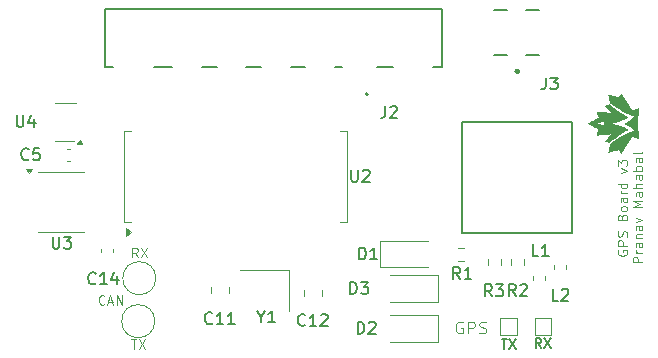
<source format=gto>
%TF.GenerationSoftware,KiCad,Pcbnew,9.0.5+dfsg-1*%
%TF.CreationDate,2026-01-16T04:56:34+00:00*%
%TF.ProjectId,gps_2,6770735f-322e-46b6-9963-61645f706362,AA*%
%TF.SameCoordinates,Original*%
%TF.FileFunction,Legend,Top*%
%TF.FilePolarity,Positive*%
%FSLAX46Y46*%
G04 Gerber Fmt 4.6, Leading zero omitted, Abs format (unit mm)*
G04 Created by KiCad (PCBNEW 9.0.5+dfsg-1) date 2026-01-16 04:56:34*
%MOMM*%
%LPD*%
G01*
G04 APERTURE LIST*
%ADD10C,0.100000*%
%ADD11C,0.150000*%
%ADD12C,0.125000*%
%ADD13C,0.120000*%
%ADD14C,0.127000*%
%ADD15C,0.300000*%
%ADD16C,0.200000*%
%ADD17C,0.010000*%
%ADD18C,0.152400*%
G04 APERTURE END LIST*
D10*
X140550476Y-127936495D02*
X141007619Y-127936495D01*
X140779047Y-128736495D02*
X140779047Y-127936495D01*
X141198095Y-127936495D02*
X141731429Y-128736495D01*
X141731429Y-127936495D02*
X141198095Y-128736495D01*
D11*
X171932676Y-127908495D02*
X172389819Y-127908495D01*
X172161247Y-128708495D02*
X172161247Y-127908495D01*
X172580295Y-127908495D02*
X173113629Y-128708495D01*
X173113629Y-127908495D02*
X172580295Y-128708495D01*
D10*
X181789013Y-120380001D02*
X181750918Y-120456191D01*
X181750918Y-120456191D02*
X181750918Y-120570477D01*
X181750918Y-120570477D02*
X181789013Y-120684763D01*
X181789013Y-120684763D02*
X181865203Y-120760953D01*
X181865203Y-120760953D02*
X181941394Y-120799048D01*
X181941394Y-120799048D02*
X182093775Y-120837144D01*
X182093775Y-120837144D02*
X182208061Y-120837144D01*
X182208061Y-120837144D02*
X182360442Y-120799048D01*
X182360442Y-120799048D02*
X182436632Y-120760953D01*
X182436632Y-120760953D02*
X182512823Y-120684763D01*
X182512823Y-120684763D02*
X182550918Y-120570477D01*
X182550918Y-120570477D02*
X182550918Y-120494286D01*
X182550918Y-120494286D02*
X182512823Y-120380001D01*
X182512823Y-120380001D02*
X182474727Y-120341905D01*
X182474727Y-120341905D02*
X182208061Y-120341905D01*
X182208061Y-120341905D02*
X182208061Y-120494286D01*
X182550918Y-119999048D02*
X181750918Y-119999048D01*
X181750918Y-119999048D02*
X181750918Y-119694286D01*
X181750918Y-119694286D02*
X181789013Y-119618096D01*
X181789013Y-119618096D02*
X181827108Y-119580001D01*
X181827108Y-119580001D02*
X181903299Y-119541905D01*
X181903299Y-119541905D02*
X182017584Y-119541905D01*
X182017584Y-119541905D02*
X182093775Y-119580001D01*
X182093775Y-119580001D02*
X182131870Y-119618096D01*
X182131870Y-119618096D02*
X182169965Y-119694286D01*
X182169965Y-119694286D02*
X182169965Y-119999048D01*
X182512823Y-119237144D02*
X182550918Y-119122858D01*
X182550918Y-119122858D02*
X182550918Y-118932382D01*
X182550918Y-118932382D02*
X182512823Y-118856191D01*
X182512823Y-118856191D02*
X182474727Y-118818096D01*
X182474727Y-118818096D02*
X182398537Y-118780001D01*
X182398537Y-118780001D02*
X182322346Y-118780001D01*
X182322346Y-118780001D02*
X182246156Y-118818096D01*
X182246156Y-118818096D02*
X182208061Y-118856191D01*
X182208061Y-118856191D02*
X182169965Y-118932382D01*
X182169965Y-118932382D02*
X182131870Y-119084763D01*
X182131870Y-119084763D02*
X182093775Y-119160953D01*
X182093775Y-119160953D02*
X182055680Y-119199048D01*
X182055680Y-119199048D02*
X181979489Y-119237144D01*
X181979489Y-119237144D02*
X181903299Y-119237144D01*
X181903299Y-119237144D02*
X181827108Y-119199048D01*
X181827108Y-119199048D02*
X181789013Y-119160953D01*
X181789013Y-119160953D02*
X181750918Y-119084763D01*
X181750918Y-119084763D02*
X181750918Y-118894286D01*
X181750918Y-118894286D02*
X181789013Y-118780001D01*
X182131870Y-117560953D02*
X182169965Y-117446667D01*
X182169965Y-117446667D02*
X182208061Y-117408572D01*
X182208061Y-117408572D02*
X182284251Y-117370476D01*
X182284251Y-117370476D02*
X182398537Y-117370476D01*
X182398537Y-117370476D02*
X182474727Y-117408572D01*
X182474727Y-117408572D02*
X182512823Y-117446667D01*
X182512823Y-117446667D02*
X182550918Y-117522857D01*
X182550918Y-117522857D02*
X182550918Y-117827619D01*
X182550918Y-117827619D02*
X181750918Y-117827619D01*
X181750918Y-117827619D02*
X181750918Y-117560953D01*
X181750918Y-117560953D02*
X181789013Y-117484762D01*
X181789013Y-117484762D02*
X181827108Y-117446667D01*
X181827108Y-117446667D02*
X181903299Y-117408572D01*
X181903299Y-117408572D02*
X181979489Y-117408572D01*
X181979489Y-117408572D02*
X182055680Y-117446667D01*
X182055680Y-117446667D02*
X182093775Y-117484762D01*
X182093775Y-117484762D02*
X182131870Y-117560953D01*
X182131870Y-117560953D02*
X182131870Y-117827619D01*
X182550918Y-116913334D02*
X182512823Y-116989524D01*
X182512823Y-116989524D02*
X182474727Y-117027619D01*
X182474727Y-117027619D02*
X182398537Y-117065715D01*
X182398537Y-117065715D02*
X182169965Y-117065715D01*
X182169965Y-117065715D02*
X182093775Y-117027619D01*
X182093775Y-117027619D02*
X182055680Y-116989524D01*
X182055680Y-116989524D02*
X182017584Y-116913334D01*
X182017584Y-116913334D02*
X182017584Y-116799048D01*
X182017584Y-116799048D02*
X182055680Y-116722857D01*
X182055680Y-116722857D02*
X182093775Y-116684762D01*
X182093775Y-116684762D02*
X182169965Y-116646667D01*
X182169965Y-116646667D02*
X182398537Y-116646667D01*
X182398537Y-116646667D02*
X182474727Y-116684762D01*
X182474727Y-116684762D02*
X182512823Y-116722857D01*
X182512823Y-116722857D02*
X182550918Y-116799048D01*
X182550918Y-116799048D02*
X182550918Y-116913334D01*
X182550918Y-115960952D02*
X182131870Y-115960952D01*
X182131870Y-115960952D02*
X182055680Y-115999047D01*
X182055680Y-115999047D02*
X182017584Y-116075238D01*
X182017584Y-116075238D02*
X182017584Y-116227619D01*
X182017584Y-116227619D02*
X182055680Y-116303809D01*
X182512823Y-115960952D02*
X182550918Y-116037143D01*
X182550918Y-116037143D02*
X182550918Y-116227619D01*
X182550918Y-116227619D02*
X182512823Y-116303809D01*
X182512823Y-116303809D02*
X182436632Y-116341905D01*
X182436632Y-116341905D02*
X182360442Y-116341905D01*
X182360442Y-116341905D02*
X182284251Y-116303809D01*
X182284251Y-116303809D02*
X182246156Y-116227619D01*
X182246156Y-116227619D02*
X182246156Y-116037143D01*
X182246156Y-116037143D02*
X182208061Y-115960952D01*
X182550918Y-115579999D02*
X182017584Y-115579999D01*
X182169965Y-115579999D02*
X182093775Y-115541904D01*
X182093775Y-115541904D02*
X182055680Y-115503809D01*
X182055680Y-115503809D02*
X182017584Y-115427618D01*
X182017584Y-115427618D02*
X182017584Y-115351428D01*
X182550918Y-114741904D02*
X181750918Y-114741904D01*
X182512823Y-114741904D02*
X182550918Y-114818095D01*
X182550918Y-114818095D02*
X182550918Y-114970476D01*
X182550918Y-114970476D02*
X182512823Y-115046666D01*
X182512823Y-115046666D02*
X182474727Y-115084761D01*
X182474727Y-115084761D02*
X182398537Y-115122857D01*
X182398537Y-115122857D02*
X182169965Y-115122857D01*
X182169965Y-115122857D02*
X182093775Y-115084761D01*
X182093775Y-115084761D02*
X182055680Y-115046666D01*
X182055680Y-115046666D02*
X182017584Y-114970476D01*
X182017584Y-114970476D02*
X182017584Y-114818095D01*
X182017584Y-114818095D02*
X182055680Y-114741904D01*
X182017584Y-113827618D02*
X182550918Y-113637142D01*
X182550918Y-113637142D02*
X182017584Y-113446665D01*
X181750918Y-113218094D02*
X181750918Y-112722856D01*
X181750918Y-112722856D02*
X182055680Y-112989522D01*
X182055680Y-112989522D02*
X182055680Y-112875237D01*
X182055680Y-112875237D02*
X182093775Y-112799046D01*
X182093775Y-112799046D02*
X182131870Y-112760951D01*
X182131870Y-112760951D02*
X182208061Y-112722856D01*
X182208061Y-112722856D02*
X182398537Y-112722856D01*
X182398537Y-112722856D02*
X182474727Y-112760951D01*
X182474727Y-112760951D02*
X182512823Y-112799046D01*
X182512823Y-112799046D02*
X182550918Y-112875237D01*
X182550918Y-112875237D02*
X182550918Y-113103808D01*
X182550918Y-113103808D02*
X182512823Y-113179999D01*
X182512823Y-113179999D02*
X182474727Y-113218094D01*
X183838873Y-121408573D02*
X183038873Y-121408573D01*
X183038873Y-121408573D02*
X183038873Y-121103811D01*
X183038873Y-121103811D02*
X183076968Y-121027621D01*
X183076968Y-121027621D02*
X183115063Y-120989526D01*
X183115063Y-120989526D02*
X183191254Y-120951430D01*
X183191254Y-120951430D02*
X183305539Y-120951430D01*
X183305539Y-120951430D02*
X183381730Y-120989526D01*
X183381730Y-120989526D02*
X183419825Y-121027621D01*
X183419825Y-121027621D02*
X183457920Y-121103811D01*
X183457920Y-121103811D02*
X183457920Y-121408573D01*
X183838873Y-120608573D02*
X183305539Y-120608573D01*
X183457920Y-120608573D02*
X183381730Y-120570478D01*
X183381730Y-120570478D02*
X183343635Y-120532383D01*
X183343635Y-120532383D02*
X183305539Y-120456192D01*
X183305539Y-120456192D02*
X183305539Y-120380002D01*
X183838873Y-119770478D02*
X183419825Y-119770478D01*
X183419825Y-119770478D02*
X183343635Y-119808573D01*
X183343635Y-119808573D02*
X183305539Y-119884764D01*
X183305539Y-119884764D02*
X183305539Y-120037145D01*
X183305539Y-120037145D02*
X183343635Y-120113335D01*
X183800778Y-119770478D02*
X183838873Y-119846669D01*
X183838873Y-119846669D02*
X183838873Y-120037145D01*
X183838873Y-120037145D02*
X183800778Y-120113335D01*
X183800778Y-120113335D02*
X183724587Y-120151431D01*
X183724587Y-120151431D02*
X183648397Y-120151431D01*
X183648397Y-120151431D02*
X183572206Y-120113335D01*
X183572206Y-120113335D02*
X183534111Y-120037145D01*
X183534111Y-120037145D02*
X183534111Y-119846669D01*
X183534111Y-119846669D02*
X183496016Y-119770478D01*
X183305539Y-119389525D02*
X183838873Y-119389525D01*
X183381730Y-119389525D02*
X183343635Y-119351430D01*
X183343635Y-119351430D02*
X183305539Y-119275240D01*
X183305539Y-119275240D02*
X183305539Y-119160954D01*
X183305539Y-119160954D02*
X183343635Y-119084763D01*
X183343635Y-119084763D02*
X183419825Y-119046668D01*
X183419825Y-119046668D02*
X183838873Y-119046668D01*
X183838873Y-118322858D02*
X183419825Y-118322858D01*
X183419825Y-118322858D02*
X183343635Y-118360953D01*
X183343635Y-118360953D02*
X183305539Y-118437144D01*
X183305539Y-118437144D02*
X183305539Y-118589525D01*
X183305539Y-118589525D02*
X183343635Y-118665715D01*
X183800778Y-118322858D02*
X183838873Y-118399049D01*
X183838873Y-118399049D02*
X183838873Y-118589525D01*
X183838873Y-118589525D02*
X183800778Y-118665715D01*
X183800778Y-118665715D02*
X183724587Y-118703811D01*
X183724587Y-118703811D02*
X183648397Y-118703811D01*
X183648397Y-118703811D02*
X183572206Y-118665715D01*
X183572206Y-118665715D02*
X183534111Y-118589525D01*
X183534111Y-118589525D02*
X183534111Y-118399049D01*
X183534111Y-118399049D02*
X183496016Y-118322858D01*
X183305539Y-118018096D02*
X183838873Y-117827620D01*
X183838873Y-117827620D02*
X183305539Y-117637143D01*
X183838873Y-116722857D02*
X183038873Y-116722857D01*
X183038873Y-116722857D02*
X183610301Y-116456191D01*
X183610301Y-116456191D02*
X183038873Y-116189524D01*
X183038873Y-116189524D02*
X183838873Y-116189524D01*
X183838873Y-115465714D02*
X183419825Y-115465714D01*
X183419825Y-115465714D02*
X183343635Y-115503809D01*
X183343635Y-115503809D02*
X183305539Y-115580000D01*
X183305539Y-115580000D02*
X183305539Y-115732381D01*
X183305539Y-115732381D02*
X183343635Y-115808571D01*
X183800778Y-115465714D02*
X183838873Y-115541905D01*
X183838873Y-115541905D02*
X183838873Y-115732381D01*
X183838873Y-115732381D02*
X183800778Y-115808571D01*
X183800778Y-115808571D02*
X183724587Y-115846667D01*
X183724587Y-115846667D02*
X183648397Y-115846667D01*
X183648397Y-115846667D02*
X183572206Y-115808571D01*
X183572206Y-115808571D02*
X183534111Y-115732381D01*
X183534111Y-115732381D02*
X183534111Y-115541905D01*
X183534111Y-115541905D02*
X183496016Y-115465714D01*
X183838873Y-115084761D02*
X183038873Y-115084761D01*
X183838873Y-114741904D02*
X183419825Y-114741904D01*
X183419825Y-114741904D02*
X183343635Y-114779999D01*
X183343635Y-114779999D02*
X183305539Y-114856190D01*
X183305539Y-114856190D02*
X183305539Y-114970476D01*
X183305539Y-114970476D02*
X183343635Y-115046666D01*
X183343635Y-115046666D02*
X183381730Y-115084761D01*
X183838873Y-114018094D02*
X183419825Y-114018094D01*
X183419825Y-114018094D02*
X183343635Y-114056189D01*
X183343635Y-114056189D02*
X183305539Y-114132380D01*
X183305539Y-114132380D02*
X183305539Y-114284761D01*
X183305539Y-114284761D02*
X183343635Y-114360951D01*
X183800778Y-114018094D02*
X183838873Y-114094285D01*
X183838873Y-114094285D02*
X183838873Y-114284761D01*
X183838873Y-114284761D02*
X183800778Y-114360951D01*
X183800778Y-114360951D02*
X183724587Y-114399047D01*
X183724587Y-114399047D02*
X183648397Y-114399047D01*
X183648397Y-114399047D02*
X183572206Y-114360951D01*
X183572206Y-114360951D02*
X183534111Y-114284761D01*
X183534111Y-114284761D02*
X183534111Y-114094285D01*
X183534111Y-114094285D02*
X183496016Y-114018094D01*
X183838873Y-113637141D02*
X183038873Y-113637141D01*
X183343635Y-113637141D02*
X183305539Y-113560951D01*
X183305539Y-113560951D02*
X183305539Y-113408570D01*
X183305539Y-113408570D02*
X183343635Y-113332379D01*
X183343635Y-113332379D02*
X183381730Y-113294284D01*
X183381730Y-113294284D02*
X183457920Y-113256189D01*
X183457920Y-113256189D02*
X183686492Y-113256189D01*
X183686492Y-113256189D02*
X183762682Y-113294284D01*
X183762682Y-113294284D02*
X183800778Y-113332379D01*
X183800778Y-113332379D02*
X183838873Y-113408570D01*
X183838873Y-113408570D02*
X183838873Y-113560951D01*
X183838873Y-113560951D02*
X183800778Y-113637141D01*
X183838873Y-112570474D02*
X183419825Y-112570474D01*
X183419825Y-112570474D02*
X183343635Y-112608569D01*
X183343635Y-112608569D02*
X183305539Y-112684760D01*
X183305539Y-112684760D02*
X183305539Y-112837141D01*
X183305539Y-112837141D02*
X183343635Y-112913331D01*
X183800778Y-112570474D02*
X183838873Y-112646665D01*
X183838873Y-112646665D02*
X183838873Y-112837141D01*
X183838873Y-112837141D02*
X183800778Y-112913331D01*
X183800778Y-112913331D02*
X183724587Y-112951427D01*
X183724587Y-112951427D02*
X183648397Y-112951427D01*
X183648397Y-112951427D02*
X183572206Y-112913331D01*
X183572206Y-112913331D02*
X183534111Y-112837141D01*
X183534111Y-112837141D02*
X183534111Y-112646665D01*
X183534111Y-112646665D02*
X183496016Y-112570474D01*
X183838873Y-112075236D02*
X183800778Y-112151426D01*
X183800778Y-112151426D02*
X183724587Y-112189521D01*
X183724587Y-112189521D02*
X183038873Y-112189521D01*
D11*
X175286667Y-128632295D02*
X175020000Y-128251342D01*
X174829524Y-128632295D02*
X174829524Y-127832295D01*
X174829524Y-127832295D02*
X175134286Y-127832295D01*
X175134286Y-127832295D02*
X175210476Y-127870390D01*
X175210476Y-127870390D02*
X175248571Y-127908485D01*
X175248571Y-127908485D02*
X175286667Y-127984676D01*
X175286667Y-127984676D02*
X175286667Y-128098961D01*
X175286667Y-128098961D02*
X175248571Y-128175152D01*
X175248571Y-128175152D02*
X175210476Y-128213247D01*
X175210476Y-128213247D02*
X175134286Y-128251342D01*
X175134286Y-128251342D02*
X174829524Y-128251342D01*
X175553333Y-127832295D02*
X176086667Y-128632295D01*
X176086667Y-127832295D02*
X175553333Y-128632295D01*
D10*
X138305208Y-124915704D02*
X138267112Y-124953800D01*
X138267112Y-124953800D02*
X138152827Y-124991895D01*
X138152827Y-124991895D02*
X138076636Y-124991895D01*
X138076636Y-124991895D02*
X137962350Y-124953800D01*
X137962350Y-124953800D02*
X137886160Y-124877609D01*
X137886160Y-124877609D02*
X137848065Y-124801419D01*
X137848065Y-124801419D02*
X137809969Y-124649038D01*
X137809969Y-124649038D02*
X137809969Y-124534752D01*
X137809969Y-124534752D02*
X137848065Y-124382371D01*
X137848065Y-124382371D02*
X137886160Y-124306180D01*
X137886160Y-124306180D02*
X137962350Y-124229990D01*
X137962350Y-124229990D02*
X138076636Y-124191895D01*
X138076636Y-124191895D02*
X138152827Y-124191895D01*
X138152827Y-124191895D02*
X138267112Y-124229990D01*
X138267112Y-124229990D02*
X138305208Y-124268085D01*
X138609969Y-124763323D02*
X138990922Y-124763323D01*
X138533779Y-124991895D02*
X138800446Y-124191895D01*
X138800446Y-124191895D02*
X139067112Y-124991895D01*
X139333779Y-124991895D02*
X139333779Y-124191895D01*
X139333779Y-124191895D02*
X139790922Y-124991895D01*
X139790922Y-124991895D02*
X139790922Y-124191895D01*
D12*
X168624140Y-126478738D02*
X168528902Y-126431119D01*
X168528902Y-126431119D02*
X168386045Y-126431119D01*
X168386045Y-126431119D02*
X168243188Y-126478738D01*
X168243188Y-126478738D02*
X168147950Y-126573976D01*
X168147950Y-126573976D02*
X168100331Y-126669214D01*
X168100331Y-126669214D02*
X168052712Y-126859690D01*
X168052712Y-126859690D02*
X168052712Y-127002547D01*
X168052712Y-127002547D02*
X168100331Y-127193023D01*
X168100331Y-127193023D02*
X168147950Y-127288261D01*
X168147950Y-127288261D02*
X168243188Y-127383500D01*
X168243188Y-127383500D02*
X168386045Y-127431119D01*
X168386045Y-127431119D02*
X168481283Y-127431119D01*
X168481283Y-127431119D02*
X168624140Y-127383500D01*
X168624140Y-127383500D02*
X168671759Y-127335880D01*
X168671759Y-127335880D02*
X168671759Y-127002547D01*
X168671759Y-127002547D02*
X168481283Y-127002547D01*
X169100331Y-127431119D02*
X169100331Y-126431119D01*
X169100331Y-126431119D02*
X169481283Y-126431119D01*
X169481283Y-126431119D02*
X169576521Y-126478738D01*
X169576521Y-126478738D02*
X169624140Y-126526357D01*
X169624140Y-126526357D02*
X169671759Y-126621595D01*
X169671759Y-126621595D02*
X169671759Y-126764452D01*
X169671759Y-126764452D02*
X169624140Y-126859690D01*
X169624140Y-126859690D02*
X169576521Y-126907309D01*
X169576521Y-126907309D02*
X169481283Y-126954928D01*
X169481283Y-126954928D02*
X169100331Y-126954928D01*
X170052712Y-127383500D02*
X170195569Y-127431119D01*
X170195569Y-127431119D02*
X170433664Y-127431119D01*
X170433664Y-127431119D02*
X170528902Y-127383500D01*
X170528902Y-127383500D02*
X170576521Y-127335880D01*
X170576521Y-127335880D02*
X170624140Y-127240642D01*
X170624140Y-127240642D02*
X170624140Y-127145404D01*
X170624140Y-127145404D02*
X170576521Y-127050166D01*
X170576521Y-127050166D02*
X170528902Y-127002547D01*
X170528902Y-127002547D02*
X170433664Y-126954928D01*
X170433664Y-126954928D02*
X170243188Y-126907309D01*
X170243188Y-126907309D02*
X170147950Y-126859690D01*
X170147950Y-126859690D02*
X170100331Y-126812071D01*
X170100331Y-126812071D02*
X170052712Y-126716833D01*
X170052712Y-126716833D02*
X170052712Y-126621595D01*
X170052712Y-126621595D02*
X170100331Y-126526357D01*
X170100331Y-126526357D02*
X170147950Y-126478738D01*
X170147950Y-126478738D02*
X170243188Y-126431119D01*
X170243188Y-126431119D02*
X170481283Y-126431119D01*
X170481283Y-126431119D02*
X170624140Y-126478738D01*
D10*
X141116667Y-120964095D02*
X140850000Y-120583142D01*
X140659524Y-120964095D02*
X140659524Y-120164095D01*
X140659524Y-120164095D02*
X140964286Y-120164095D01*
X140964286Y-120164095D02*
X141040476Y-120202190D01*
X141040476Y-120202190D02*
X141078571Y-120240285D01*
X141078571Y-120240285D02*
X141116667Y-120316476D01*
X141116667Y-120316476D02*
X141116667Y-120430761D01*
X141116667Y-120430761D02*
X141078571Y-120506952D01*
X141078571Y-120506952D02*
X141040476Y-120545047D01*
X141040476Y-120545047D02*
X140964286Y-120583142D01*
X140964286Y-120583142D02*
X140659524Y-120583142D01*
X141383333Y-120164095D02*
X141916667Y-120964095D01*
X141916667Y-120164095D02*
X141383333Y-120964095D01*
D11*
X147427142Y-126546780D02*
X147379523Y-126594400D01*
X147379523Y-126594400D02*
X147236666Y-126642019D01*
X147236666Y-126642019D02*
X147141428Y-126642019D01*
X147141428Y-126642019D02*
X146998571Y-126594400D01*
X146998571Y-126594400D02*
X146903333Y-126499161D01*
X146903333Y-126499161D02*
X146855714Y-126403923D01*
X146855714Y-126403923D02*
X146808095Y-126213447D01*
X146808095Y-126213447D02*
X146808095Y-126070590D01*
X146808095Y-126070590D02*
X146855714Y-125880114D01*
X146855714Y-125880114D02*
X146903333Y-125784876D01*
X146903333Y-125784876D02*
X146998571Y-125689638D01*
X146998571Y-125689638D02*
X147141428Y-125642019D01*
X147141428Y-125642019D02*
X147236666Y-125642019D01*
X147236666Y-125642019D02*
X147379523Y-125689638D01*
X147379523Y-125689638D02*
X147427142Y-125737257D01*
X148379523Y-126642019D02*
X147808095Y-126642019D01*
X148093809Y-126642019D02*
X148093809Y-125642019D01*
X148093809Y-125642019D02*
X147998571Y-125784876D01*
X147998571Y-125784876D02*
X147903333Y-125880114D01*
X147903333Y-125880114D02*
X147808095Y-125927733D01*
X149331904Y-126642019D02*
X148760476Y-126642019D01*
X149046190Y-126642019D02*
X149046190Y-125642019D01*
X149046190Y-125642019D02*
X148950952Y-125784876D01*
X148950952Y-125784876D02*
X148855714Y-125880114D01*
X148855714Y-125880114D02*
X148760476Y-125927733D01*
X155287742Y-126699180D02*
X155240123Y-126746800D01*
X155240123Y-126746800D02*
X155097266Y-126794419D01*
X155097266Y-126794419D02*
X155002028Y-126794419D01*
X155002028Y-126794419D02*
X154859171Y-126746800D01*
X154859171Y-126746800D02*
X154763933Y-126651561D01*
X154763933Y-126651561D02*
X154716314Y-126556323D01*
X154716314Y-126556323D02*
X154668695Y-126365847D01*
X154668695Y-126365847D02*
X154668695Y-126222990D01*
X154668695Y-126222990D02*
X154716314Y-126032514D01*
X154716314Y-126032514D02*
X154763933Y-125937276D01*
X154763933Y-125937276D02*
X154859171Y-125842038D01*
X154859171Y-125842038D02*
X155002028Y-125794419D01*
X155002028Y-125794419D02*
X155097266Y-125794419D01*
X155097266Y-125794419D02*
X155240123Y-125842038D01*
X155240123Y-125842038D02*
X155287742Y-125889657D01*
X156240123Y-126794419D02*
X155668695Y-126794419D01*
X155954409Y-126794419D02*
X155954409Y-125794419D01*
X155954409Y-125794419D02*
X155859171Y-125937276D01*
X155859171Y-125937276D02*
X155763933Y-126032514D01*
X155763933Y-126032514D02*
X155668695Y-126080133D01*
X156621076Y-125889657D02*
X156668695Y-125842038D01*
X156668695Y-125842038D02*
X156763933Y-125794419D01*
X156763933Y-125794419D02*
X157002028Y-125794419D01*
X157002028Y-125794419D02*
X157097266Y-125842038D01*
X157097266Y-125842038D02*
X157144885Y-125889657D01*
X157144885Y-125889657D02*
X157192504Y-125984895D01*
X157192504Y-125984895D02*
X157192504Y-126080133D01*
X157192504Y-126080133D02*
X157144885Y-126222990D01*
X157144885Y-126222990D02*
X156573457Y-126794419D01*
X156573457Y-126794419D02*
X157192504Y-126794419D01*
X151568209Y-126013428D02*
X151568209Y-126489619D01*
X151234876Y-125489619D02*
X151568209Y-126013428D01*
X151568209Y-126013428D02*
X151901542Y-125489619D01*
X152758685Y-126489619D02*
X152187257Y-126489619D01*
X152472971Y-126489619D02*
X152472971Y-125489619D01*
X152472971Y-125489619D02*
X152377733Y-125632476D01*
X152377733Y-125632476D02*
X152282495Y-125727714D01*
X152282495Y-125727714D02*
X152187257Y-125775333D01*
X159181895Y-113577019D02*
X159181895Y-114386542D01*
X159181895Y-114386542D02*
X159229514Y-114481780D01*
X159229514Y-114481780D02*
X159277133Y-114529400D01*
X159277133Y-114529400D02*
X159372371Y-114577019D01*
X159372371Y-114577019D02*
X159562847Y-114577019D01*
X159562847Y-114577019D02*
X159658085Y-114529400D01*
X159658085Y-114529400D02*
X159705704Y-114481780D01*
X159705704Y-114481780D02*
X159753323Y-114386542D01*
X159753323Y-114386542D02*
X159753323Y-113577019D01*
X160181895Y-113672257D02*
X160229514Y-113624638D01*
X160229514Y-113624638D02*
X160324752Y-113577019D01*
X160324752Y-113577019D02*
X160562847Y-113577019D01*
X160562847Y-113577019D02*
X160658085Y-113624638D01*
X160658085Y-113624638D02*
X160705704Y-113672257D01*
X160705704Y-113672257D02*
X160753323Y-113767495D01*
X160753323Y-113767495D02*
X160753323Y-113862733D01*
X160753323Y-113862733D02*
X160705704Y-114005590D01*
X160705704Y-114005590D02*
X160134276Y-114577019D01*
X160134276Y-114577019D02*
X160753323Y-114577019D01*
X133908895Y-119241219D02*
X133908895Y-120050742D01*
X133908895Y-120050742D02*
X133956514Y-120145980D01*
X133956514Y-120145980D02*
X134004133Y-120193600D01*
X134004133Y-120193600D02*
X134099371Y-120241219D01*
X134099371Y-120241219D02*
X134289847Y-120241219D01*
X134289847Y-120241219D02*
X134385085Y-120193600D01*
X134385085Y-120193600D02*
X134432704Y-120145980D01*
X134432704Y-120145980D02*
X134480323Y-120050742D01*
X134480323Y-120050742D02*
X134480323Y-119241219D01*
X134861276Y-119241219D02*
X135480323Y-119241219D01*
X135480323Y-119241219D02*
X135146990Y-119622171D01*
X135146990Y-119622171D02*
X135289847Y-119622171D01*
X135289847Y-119622171D02*
X135385085Y-119669790D01*
X135385085Y-119669790D02*
X135432704Y-119717409D01*
X135432704Y-119717409D02*
X135480323Y-119812647D01*
X135480323Y-119812647D02*
X135480323Y-120050742D01*
X135480323Y-120050742D02*
X135432704Y-120145980D01*
X135432704Y-120145980D02*
X135385085Y-120193600D01*
X135385085Y-120193600D02*
X135289847Y-120241219D01*
X135289847Y-120241219D02*
X135004133Y-120241219D01*
X135004133Y-120241219D02*
X134908895Y-120193600D01*
X134908895Y-120193600D02*
X134861276Y-120145980D01*
X130860895Y-108954219D02*
X130860895Y-109763742D01*
X130860895Y-109763742D02*
X130908514Y-109858980D01*
X130908514Y-109858980D02*
X130956133Y-109906600D01*
X130956133Y-109906600D02*
X131051371Y-109954219D01*
X131051371Y-109954219D02*
X131241847Y-109954219D01*
X131241847Y-109954219D02*
X131337085Y-109906600D01*
X131337085Y-109906600D02*
X131384704Y-109858980D01*
X131384704Y-109858980D02*
X131432323Y-109763742D01*
X131432323Y-109763742D02*
X131432323Y-108954219D01*
X132337085Y-109287552D02*
X132337085Y-109954219D01*
X132098990Y-108906600D02*
X131860895Y-109620885D01*
X131860895Y-109620885D02*
X132479942Y-109620885D01*
X175663546Y-105763302D02*
X175663546Y-106478274D01*
X175663546Y-106478274D02*
X175615882Y-106621269D01*
X175615882Y-106621269D02*
X175520552Y-106716599D01*
X175520552Y-106716599D02*
X175377558Y-106764263D01*
X175377558Y-106764263D02*
X175282228Y-106764263D01*
X176044865Y-105763302D02*
X176664507Y-105763302D01*
X176664507Y-105763302D02*
X176330854Y-106144621D01*
X176330854Y-106144621D02*
X176473848Y-106144621D01*
X176473848Y-106144621D02*
X176569178Y-106192286D01*
X176569178Y-106192286D02*
X176616843Y-106239950D01*
X176616843Y-106239950D02*
X176664507Y-106335280D01*
X176664507Y-106335280D02*
X176664507Y-106573604D01*
X176664507Y-106573604D02*
X176616843Y-106668934D01*
X176616843Y-106668934D02*
X176569178Y-106716599D01*
X176569178Y-106716599D02*
X176473848Y-106764263D01*
X176473848Y-106764263D02*
X176187859Y-106764263D01*
X176187859Y-106764263D02*
X176092530Y-106716599D01*
X176092530Y-106716599D02*
X176044865Y-106668934D01*
X162074266Y-108192219D02*
X162074266Y-108906504D01*
X162074266Y-108906504D02*
X162026647Y-109049361D01*
X162026647Y-109049361D02*
X161931409Y-109144600D01*
X161931409Y-109144600D02*
X161788552Y-109192219D01*
X161788552Y-109192219D02*
X161693314Y-109192219D01*
X162502838Y-108287457D02*
X162550457Y-108239838D01*
X162550457Y-108239838D02*
X162645695Y-108192219D01*
X162645695Y-108192219D02*
X162883790Y-108192219D01*
X162883790Y-108192219D02*
X162979028Y-108239838D01*
X162979028Y-108239838D02*
X163026647Y-108287457D01*
X163026647Y-108287457D02*
X163074266Y-108382695D01*
X163074266Y-108382695D02*
X163074266Y-108477933D01*
X163074266Y-108477933D02*
X163026647Y-108620790D01*
X163026647Y-108620790D02*
X162455219Y-109192219D01*
X162455219Y-109192219D02*
X163074266Y-109192219D01*
X159104105Y-124074819D02*
X159104105Y-123074819D01*
X159104105Y-123074819D02*
X159342200Y-123074819D01*
X159342200Y-123074819D02*
X159485057Y-123122438D01*
X159485057Y-123122438D02*
X159580295Y-123217676D01*
X159580295Y-123217676D02*
X159627914Y-123312914D01*
X159627914Y-123312914D02*
X159675533Y-123503390D01*
X159675533Y-123503390D02*
X159675533Y-123646247D01*
X159675533Y-123646247D02*
X159627914Y-123836723D01*
X159627914Y-123836723D02*
X159580295Y-123931961D01*
X159580295Y-123931961D02*
X159485057Y-124027200D01*
X159485057Y-124027200D02*
X159342200Y-124074819D01*
X159342200Y-124074819D02*
X159104105Y-124074819D01*
X160008867Y-123074819D02*
X160627914Y-123074819D01*
X160627914Y-123074819D02*
X160294581Y-123455771D01*
X160294581Y-123455771D02*
X160437438Y-123455771D01*
X160437438Y-123455771D02*
X160532676Y-123503390D01*
X160532676Y-123503390D02*
X160580295Y-123551009D01*
X160580295Y-123551009D02*
X160627914Y-123646247D01*
X160627914Y-123646247D02*
X160627914Y-123884342D01*
X160627914Y-123884342D02*
X160580295Y-123979580D01*
X160580295Y-123979580D02*
X160532676Y-124027200D01*
X160532676Y-124027200D02*
X160437438Y-124074819D01*
X160437438Y-124074819D02*
X160151724Y-124074819D01*
X160151724Y-124074819D02*
X160056486Y-124027200D01*
X160056486Y-124027200D02*
X160008867Y-123979580D01*
X137558542Y-123168580D02*
X137510923Y-123216200D01*
X137510923Y-123216200D02*
X137368066Y-123263819D01*
X137368066Y-123263819D02*
X137272828Y-123263819D01*
X137272828Y-123263819D02*
X137129971Y-123216200D01*
X137129971Y-123216200D02*
X137034733Y-123120961D01*
X137034733Y-123120961D02*
X136987114Y-123025723D01*
X136987114Y-123025723D02*
X136939495Y-122835247D01*
X136939495Y-122835247D02*
X136939495Y-122692390D01*
X136939495Y-122692390D02*
X136987114Y-122501914D01*
X136987114Y-122501914D02*
X137034733Y-122406676D01*
X137034733Y-122406676D02*
X137129971Y-122311438D01*
X137129971Y-122311438D02*
X137272828Y-122263819D01*
X137272828Y-122263819D02*
X137368066Y-122263819D01*
X137368066Y-122263819D02*
X137510923Y-122311438D01*
X137510923Y-122311438D02*
X137558542Y-122359057D01*
X138510923Y-123263819D02*
X137939495Y-123263819D01*
X138225209Y-123263819D02*
X138225209Y-122263819D01*
X138225209Y-122263819D02*
X138129971Y-122406676D01*
X138129971Y-122406676D02*
X138034733Y-122501914D01*
X138034733Y-122501914D02*
X137939495Y-122549533D01*
X139368066Y-122597152D02*
X139368066Y-123263819D01*
X139129971Y-122216200D02*
X138891876Y-122930485D01*
X138891876Y-122930485D02*
X139510923Y-122930485D01*
X131882083Y-112664580D02*
X131834464Y-112712200D01*
X131834464Y-112712200D02*
X131691607Y-112759819D01*
X131691607Y-112759819D02*
X131596369Y-112759819D01*
X131596369Y-112759819D02*
X131453512Y-112712200D01*
X131453512Y-112712200D02*
X131358274Y-112616961D01*
X131358274Y-112616961D02*
X131310655Y-112521723D01*
X131310655Y-112521723D02*
X131263036Y-112331247D01*
X131263036Y-112331247D02*
X131263036Y-112188390D01*
X131263036Y-112188390D02*
X131310655Y-111997914D01*
X131310655Y-111997914D02*
X131358274Y-111902676D01*
X131358274Y-111902676D02*
X131453512Y-111807438D01*
X131453512Y-111807438D02*
X131596369Y-111759819D01*
X131596369Y-111759819D02*
X131691607Y-111759819D01*
X131691607Y-111759819D02*
X131834464Y-111807438D01*
X131834464Y-111807438D02*
X131882083Y-111855057D01*
X132786845Y-111759819D02*
X132310655Y-111759819D01*
X132310655Y-111759819D02*
X132263036Y-112236009D01*
X132263036Y-112236009D02*
X132310655Y-112188390D01*
X132310655Y-112188390D02*
X132405893Y-112140771D01*
X132405893Y-112140771D02*
X132643988Y-112140771D01*
X132643988Y-112140771D02*
X132739226Y-112188390D01*
X132739226Y-112188390D02*
X132786845Y-112236009D01*
X132786845Y-112236009D02*
X132834464Y-112331247D01*
X132834464Y-112331247D02*
X132834464Y-112569342D01*
X132834464Y-112569342D02*
X132786845Y-112664580D01*
X132786845Y-112664580D02*
X132739226Y-112712200D01*
X132739226Y-112712200D02*
X132643988Y-112759819D01*
X132643988Y-112759819D02*
X132405893Y-112759819D01*
X132405893Y-112759819D02*
X132310655Y-112712200D01*
X132310655Y-112712200D02*
X132263036Y-112664580D01*
X159739105Y-127454819D02*
X159739105Y-126454819D01*
X159739105Y-126454819D02*
X159977200Y-126454819D01*
X159977200Y-126454819D02*
X160120057Y-126502438D01*
X160120057Y-126502438D02*
X160215295Y-126597676D01*
X160215295Y-126597676D02*
X160262914Y-126692914D01*
X160262914Y-126692914D02*
X160310533Y-126883390D01*
X160310533Y-126883390D02*
X160310533Y-127026247D01*
X160310533Y-127026247D02*
X160262914Y-127216723D01*
X160262914Y-127216723D02*
X160215295Y-127311961D01*
X160215295Y-127311961D02*
X160120057Y-127407200D01*
X160120057Y-127407200D02*
X159977200Y-127454819D01*
X159977200Y-127454819D02*
X159739105Y-127454819D01*
X160691486Y-126550057D02*
X160739105Y-126502438D01*
X160739105Y-126502438D02*
X160834343Y-126454819D01*
X160834343Y-126454819D02*
X161072438Y-126454819D01*
X161072438Y-126454819D02*
X161167676Y-126502438D01*
X161167676Y-126502438D02*
X161215295Y-126550057D01*
X161215295Y-126550057D02*
X161262914Y-126645295D01*
X161262914Y-126645295D02*
X161262914Y-126740533D01*
X161262914Y-126740533D02*
X161215295Y-126883390D01*
X161215295Y-126883390D02*
X160643867Y-127454819D01*
X160643867Y-127454819D02*
X161262914Y-127454819D01*
X175042533Y-120876219D02*
X174566343Y-120876219D01*
X174566343Y-120876219D02*
X174566343Y-119876219D01*
X175899676Y-120876219D02*
X175328248Y-120876219D01*
X175613962Y-120876219D02*
X175613962Y-119876219D01*
X175613962Y-119876219D02*
X175518724Y-120019076D01*
X175518724Y-120019076D02*
X175423486Y-120114314D01*
X175423486Y-120114314D02*
X175328248Y-120161933D01*
X173118333Y-124262319D02*
X172785000Y-123786128D01*
X172546905Y-124262319D02*
X172546905Y-123262319D01*
X172546905Y-123262319D02*
X172927857Y-123262319D01*
X172927857Y-123262319D02*
X173023095Y-123309938D01*
X173023095Y-123309938D02*
X173070714Y-123357557D01*
X173070714Y-123357557D02*
X173118333Y-123452795D01*
X173118333Y-123452795D02*
X173118333Y-123595652D01*
X173118333Y-123595652D02*
X173070714Y-123690890D01*
X173070714Y-123690890D02*
X173023095Y-123738509D01*
X173023095Y-123738509D02*
X172927857Y-123786128D01*
X172927857Y-123786128D02*
X172546905Y-123786128D01*
X173499286Y-123357557D02*
X173546905Y-123309938D01*
X173546905Y-123309938D02*
X173642143Y-123262319D01*
X173642143Y-123262319D02*
X173880238Y-123262319D01*
X173880238Y-123262319D02*
X173975476Y-123309938D01*
X173975476Y-123309938D02*
X174023095Y-123357557D01*
X174023095Y-123357557D02*
X174070714Y-123452795D01*
X174070714Y-123452795D02*
X174070714Y-123548033D01*
X174070714Y-123548033D02*
X174023095Y-123690890D01*
X174023095Y-123690890D02*
X173451667Y-124262319D01*
X173451667Y-124262319D02*
X174070714Y-124262319D01*
X168413133Y-122806619D02*
X168079800Y-122330428D01*
X167841705Y-122806619D02*
X167841705Y-121806619D01*
X167841705Y-121806619D02*
X168222657Y-121806619D01*
X168222657Y-121806619D02*
X168317895Y-121854238D01*
X168317895Y-121854238D02*
X168365514Y-121901857D01*
X168365514Y-121901857D02*
X168413133Y-121997095D01*
X168413133Y-121997095D02*
X168413133Y-122139952D01*
X168413133Y-122139952D02*
X168365514Y-122235190D01*
X168365514Y-122235190D02*
X168317895Y-122282809D01*
X168317895Y-122282809D02*
X168222657Y-122330428D01*
X168222657Y-122330428D02*
X167841705Y-122330428D01*
X169365514Y-122806619D02*
X168794086Y-122806619D01*
X169079800Y-122806619D02*
X169079800Y-121806619D01*
X169079800Y-121806619D02*
X168984562Y-121949476D01*
X168984562Y-121949476D02*
X168889324Y-122044714D01*
X168889324Y-122044714D02*
X168794086Y-122092333D01*
X171108333Y-124282319D02*
X170775000Y-123806128D01*
X170536905Y-124282319D02*
X170536905Y-123282319D01*
X170536905Y-123282319D02*
X170917857Y-123282319D01*
X170917857Y-123282319D02*
X171013095Y-123329938D01*
X171013095Y-123329938D02*
X171060714Y-123377557D01*
X171060714Y-123377557D02*
X171108333Y-123472795D01*
X171108333Y-123472795D02*
X171108333Y-123615652D01*
X171108333Y-123615652D02*
X171060714Y-123710890D01*
X171060714Y-123710890D02*
X171013095Y-123758509D01*
X171013095Y-123758509D02*
X170917857Y-123806128D01*
X170917857Y-123806128D02*
X170536905Y-123806128D01*
X171441667Y-123282319D02*
X172060714Y-123282319D01*
X172060714Y-123282319D02*
X171727381Y-123663271D01*
X171727381Y-123663271D02*
X171870238Y-123663271D01*
X171870238Y-123663271D02*
X171965476Y-123710890D01*
X171965476Y-123710890D02*
X172013095Y-123758509D01*
X172013095Y-123758509D02*
X172060714Y-123853747D01*
X172060714Y-123853747D02*
X172060714Y-124091842D01*
X172060714Y-124091842D02*
X172013095Y-124187080D01*
X172013095Y-124187080D02*
X171965476Y-124234700D01*
X171965476Y-124234700D02*
X171870238Y-124282319D01*
X171870238Y-124282319D02*
X171584524Y-124282319D01*
X171584524Y-124282319D02*
X171489286Y-124234700D01*
X171489286Y-124234700D02*
X171441667Y-124187080D01*
X176718933Y-124660819D02*
X176242743Y-124660819D01*
X176242743Y-124660819D02*
X176242743Y-123660819D01*
X177004648Y-123756057D02*
X177052267Y-123708438D01*
X177052267Y-123708438D02*
X177147505Y-123660819D01*
X177147505Y-123660819D02*
X177385600Y-123660819D01*
X177385600Y-123660819D02*
X177480838Y-123708438D01*
X177480838Y-123708438D02*
X177528457Y-123756057D01*
X177528457Y-123756057D02*
X177576076Y-123851295D01*
X177576076Y-123851295D02*
X177576076Y-123946533D01*
X177576076Y-123946533D02*
X177528457Y-124089390D01*
X177528457Y-124089390D02*
X176957029Y-124660819D01*
X176957029Y-124660819D02*
X177576076Y-124660819D01*
X159866105Y-121155619D02*
X159866105Y-120155619D01*
X159866105Y-120155619D02*
X160104200Y-120155619D01*
X160104200Y-120155619D02*
X160247057Y-120203238D01*
X160247057Y-120203238D02*
X160342295Y-120298476D01*
X160342295Y-120298476D02*
X160389914Y-120393714D01*
X160389914Y-120393714D02*
X160437533Y-120584190D01*
X160437533Y-120584190D02*
X160437533Y-120727047D01*
X160437533Y-120727047D02*
X160389914Y-120917523D01*
X160389914Y-120917523D02*
X160342295Y-121012761D01*
X160342295Y-121012761D02*
X160247057Y-121108000D01*
X160247057Y-121108000D02*
X160104200Y-121155619D01*
X160104200Y-121155619D02*
X159866105Y-121155619D01*
X161389914Y-121155619D02*
X160818486Y-121155619D01*
X161104200Y-121155619D02*
X161104200Y-120155619D01*
X161104200Y-120155619D02*
X161008962Y-120298476D01*
X161008962Y-120298476D02*
X160913724Y-120393714D01*
X160913724Y-120393714D02*
X160818486Y-120441333D01*
D13*
%TO.C,TP3*%
X142560000Y-126390000D02*
G75*
G02*
X139760000Y-126390000I-1400000J0D01*
G01*
X139760000Y-126390000D02*
G75*
G02*
X142560000Y-126390000I1400000J0D01*
G01*
%TO.C,TP2*%
X171820000Y-126150000D02*
X173220000Y-126150000D01*
X171820000Y-127550000D02*
X171820000Y-126150000D01*
X173220000Y-126150000D02*
X173220000Y-127550000D01*
X173220000Y-127550000D02*
X171820000Y-127550000D01*
%TO.C,C11*%
X147335000Y-124001252D02*
X147335000Y-123478748D01*
X148805000Y-124001252D02*
X148805000Y-123478748D01*
%TO.C,C12*%
X155215000Y-123776248D02*
X155215000Y-124298752D01*
X156685000Y-123776248D02*
X156685000Y-124298752D01*
%TO.C,Y1*%
X153887499Y-122090000D02*
X149767499Y-122090000D01*
X153887499Y-125510000D02*
X153887499Y-122090000D01*
%TO.C,U2*%
X139940000Y-110265000D02*
X140585000Y-110265000D01*
X139940000Y-114125000D02*
X139940000Y-110265000D01*
X139940000Y-114125000D02*
X139940000Y-117985000D01*
X139940000Y-117985000D02*
X140585000Y-117985000D01*
X158860000Y-110265000D02*
X158215000Y-110265000D01*
X158860000Y-114125000D02*
X158860000Y-110265000D01*
X158860000Y-114125000D02*
X158860000Y-117985000D01*
X158860000Y-117985000D02*
X158215000Y-117985000D01*
X140585000Y-118850000D02*
X140115000Y-119190000D01*
X140115000Y-118510000D01*
X140585000Y-118850000D01*
G36*
X140585000Y-118850000D02*
G01*
X140115000Y-119190000D01*
X140115000Y-118510000D01*
X140585000Y-118850000D01*
G37*
%TO.C,U3*%
X134627500Y-113750000D02*
X132677500Y-113750000D01*
X134627500Y-113750000D02*
X136577500Y-113750000D01*
X134627500Y-118870000D02*
X132677500Y-118870000D01*
X134627500Y-118870000D02*
X136577500Y-118870000D01*
X131927500Y-113845000D02*
X131687500Y-113515000D01*
X132167500Y-113515000D01*
X131927500Y-113845000D01*
G36*
X131927500Y-113845000D02*
G01*
X131687500Y-113515000D01*
X132167500Y-113515000D01*
X131927500Y-113845000D01*
G37*
%TO.C,U4*%
X134900000Y-111127500D02*
X134100000Y-111127500D01*
X134900000Y-111127500D02*
X135700000Y-111127500D01*
X135900000Y-107907500D02*
X134100000Y-107907500D01*
X136440000Y-111407500D02*
X135960000Y-111407500D01*
X136200000Y-111077500D01*
X136440000Y-111407500D01*
G36*
X136440000Y-111407500D02*
G01*
X135960000Y-111407500D01*
X136200000Y-111077500D01*
X136440000Y-111407500D01*
G37*
%TO.C,TP1*%
X174720000Y-126120000D02*
X176120000Y-126120000D01*
X174720000Y-127520000D02*
X174720000Y-126120000D01*
X176120000Y-126120000D02*
X176120000Y-127520000D01*
X176120000Y-127520000D02*
X174720000Y-127520000D01*
D14*
%TO.C,J3*%
X172377200Y-100082000D02*
X171277200Y-100082000D01*
X172377200Y-103882000D02*
X171277200Y-103882000D01*
X175077200Y-100082000D02*
X173977200Y-100082000D01*
X175077200Y-103882000D02*
X173977200Y-103882000D01*
D15*
X173350200Y-105250000D02*
G75*
G02*
X173150200Y-105250000I-100000J0D01*
G01*
X173150200Y-105250000D02*
G75*
G02*
X173350200Y-105250000I100000J0D01*
G01*
D14*
%TO.C,J2*%
X138310000Y-99990000D02*
X166860000Y-99990000D01*
X138310000Y-104890000D02*
X138310000Y-99990000D01*
X139060000Y-104890000D02*
X138310000Y-104890000D01*
X144046000Y-104890000D02*
X142460000Y-104890000D01*
X147796000Y-104890000D02*
X146574000Y-104890000D01*
X151546000Y-104890000D02*
X150324000Y-104890000D01*
X155296000Y-104890000D02*
X154074000Y-104890000D01*
X158440000Y-104890000D02*
X157835000Y-104890000D01*
X162710000Y-104890000D02*
X161335000Y-104890000D01*
X166860000Y-99990000D02*
X166860000Y-104890000D01*
X166860000Y-104890000D02*
X166110000Y-104890000D01*
D16*
X160610000Y-107190000D02*
G75*
G02*
X160410000Y-107190000I-100000J0D01*
G01*
X160410000Y-107190000D02*
G75*
G02*
X160610000Y-107190000I100000J0D01*
G01*
D13*
%TO.C,D3*%
X162492500Y-124755000D02*
X166552500Y-124755000D01*
X166552500Y-122485000D02*
X162492500Y-122485000D01*
X166552500Y-124755000D02*
X166552500Y-122485000D01*
%TO.C,C14*%
X137969700Y-120274033D02*
X137969700Y-120566567D01*
X138989700Y-120274033D02*
X138989700Y-120566567D01*
D17*
%TO.C,G\u002A\u002A\u002A*%
X181092702Y-108093274D02*
X181183206Y-108169784D01*
X181282295Y-108250033D01*
X181388360Y-108332896D01*
X181499791Y-108417247D01*
X181614978Y-108501960D01*
X181732311Y-108585910D01*
X181850179Y-108667971D01*
X181966973Y-108747018D01*
X182081083Y-108821924D01*
X182190899Y-108891564D01*
X182294810Y-108954813D01*
X182391207Y-109010544D01*
X182452837Y-109044208D01*
X182524023Y-109081999D01*
X182490658Y-109104955D01*
X182422295Y-109148716D01*
X182342622Y-109194061D01*
X182253987Y-109239900D01*
X182158737Y-109285143D01*
X182059221Y-109328698D01*
X181957787Y-109369475D01*
X181856783Y-109406384D01*
X181802414Y-109424592D01*
X181695380Y-109457425D01*
X181577797Y-109490289D01*
X181453006Y-109522355D01*
X181324348Y-109552795D01*
X181195166Y-109580781D01*
X181084597Y-109602554D01*
X180979164Y-109622271D01*
X181157666Y-109658096D01*
X181343552Y-109697687D01*
X181516690Y-109739393D01*
X181678138Y-109783590D01*
X181828956Y-109830653D01*
X181970203Y-109880957D01*
X182102939Y-109934878D01*
X182228222Y-109992791D01*
X182347114Y-110055070D01*
X182451089Y-110116131D01*
X182477504Y-110132756D01*
X182499256Y-110146968D01*
X182513756Y-110157043D01*
X182518389Y-110160954D01*
X182514039Y-110166119D01*
X182499740Y-110175734D01*
X182478059Y-110188163D01*
X182464249Y-110195437D01*
X182388884Y-110235885D01*
X182304461Y-110284509D01*
X182212395Y-110340321D01*
X182114102Y-110402334D01*
X182010997Y-110469559D01*
X181904497Y-110541009D01*
X181796016Y-110615696D01*
X181686972Y-110692631D01*
X181578779Y-110770826D01*
X181472854Y-110849294D01*
X181370613Y-110927047D01*
X181273470Y-111003096D01*
X181182842Y-111076453D01*
X181100145Y-111146131D01*
X181092702Y-111152567D01*
X181024292Y-111211867D01*
X180967983Y-111191194D01*
X180903536Y-111167496D01*
X180851018Y-111148084D01*
X180809274Y-111132508D01*
X180777148Y-111120315D01*
X180753482Y-111111053D01*
X180737122Y-111104270D01*
X180726910Y-111099514D01*
X180721691Y-111096333D01*
X180720305Y-111094368D01*
X180724801Y-111088278D01*
X180737745Y-111072736D01*
X180758321Y-111048680D01*
X180785713Y-111017045D01*
X180819106Y-110978766D01*
X180857683Y-110934780D01*
X180900628Y-110886022D01*
X180947126Y-110833429D01*
X180987862Y-110787499D01*
X181036591Y-110732536D01*
X181082362Y-110680713D01*
X181124373Y-110632954D01*
X181161818Y-110590182D01*
X181193892Y-110553322D01*
X181219790Y-110523298D01*
X181238709Y-110501034D01*
X181249844Y-110487455D01*
X181252592Y-110483436D01*
X181245409Y-110483675D01*
X181225344Y-110485170D01*
X181193366Y-110487833D01*
X181150447Y-110491575D01*
X181097555Y-110496307D01*
X181035661Y-110501941D01*
X180965736Y-110508389D01*
X180888750Y-110515562D01*
X180805672Y-110523373D01*
X180717473Y-110531731D01*
X180706159Y-110532811D01*
X180625124Y-110540550D01*
X180609513Y-110542047D01*
X180516531Y-110550918D01*
X180427510Y-110559312D01*
X180343423Y-110567143D01*
X180265243Y-110574324D01*
X180193943Y-110580769D01*
X180130498Y-110586392D01*
X180075879Y-110591107D01*
X180031061Y-110594828D01*
X179997017Y-110597469D01*
X179974720Y-110598943D01*
X179965142Y-110599165D01*
X179964854Y-110599077D01*
X179966528Y-110591914D01*
X179973232Y-110573462D01*
X179984374Y-110545164D01*
X179999366Y-110508462D01*
X180017618Y-110464801D01*
X180038539Y-110415625D01*
X180061539Y-110362376D01*
X180062018Y-110361275D01*
X180085170Y-110308014D01*
X180106469Y-110258894D01*
X180125299Y-110215347D01*
X180141042Y-110178804D01*
X180153083Y-110150695D01*
X180160805Y-110132451D01*
X180163591Y-110125505D01*
X180163592Y-110125491D01*
X180157661Y-110121815D01*
X180140503Y-110111940D01*
X180113072Y-110096398D01*
X180076322Y-110075723D01*
X180031206Y-110050448D01*
X179978679Y-110021107D01*
X179919693Y-109988233D01*
X179855204Y-109952360D01*
X179786163Y-109914022D01*
X179718466Y-109876489D01*
X179646006Y-109836251D01*
X179577211Y-109797868D01*
X179513036Y-109761884D01*
X179454436Y-109728842D01*
X179402367Y-109699287D01*
X179357782Y-109673762D01*
X179321638Y-109652813D01*
X179294889Y-109636982D01*
X179278491Y-109626815D01*
X179273367Y-109622920D01*
X179274069Y-109622396D01*
X179901112Y-109622396D01*
X179907288Y-109624630D01*
X179925610Y-109630635D01*
X179954936Y-109640048D01*
X179994122Y-109652509D01*
X180042024Y-109667655D01*
X180097500Y-109685126D01*
X180159405Y-109704559D01*
X180226596Y-109725593D01*
X180297770Y-109747817D01*
X180369509Y-109770199D01*
X180437432Y-109791409D01*
X180500351Y-109811076D01*
X180557077Y-109828827D01*
X180606421Y-109844288D01*
X180647195Y-109857089D01*
X180678211Y-109866856D01*
X180698279Y-109873217D01*
X180706159Y-109875780D01*
X180706901Y-109873237D01*
X180699370Y-109863012D01*
X180685164Y-109847232D01*
X180683206Y-109845190D01*
X180662713Y-109820572D01*
X180641708Y-109789982D01*
X180625829Y-109762098D01*
X180602244Y-109699988D01*
X180592174Y-109636939D01*
X180595410Y-109574327D01*
X180611743Y-109513528D01*
X180640963Y-109455919D01*
X180679953Y-109405948D01*
X180695819Y-109388138D01*
X180705524Y-109375496D01*
X180707524Y-109370108D01*
X180706387Y-109370219D01*
X180698017Y-109372903D01*
X180677551Y-109379353D01*
X180646181Y-109389196D01*
X180605098Y-109402059D01*
X180555496Y-109417570D01*
X180498564Y-109435356D01*
X180435497Y-109455043D01*
X180367485Y-109476260D01*
X180299291Y-109497520D01*
X180228000Y-109519753D01*
X180160771Y-109540742D01*
X180098761Y-109560127D01*
X180043128Y-109577543D01*
X179995028Y-109592629D01*
X179955619Y-109605020D01*
X179926058Y-109614354D01*
X179907503Y-109620269D01*
X179901112Y-109622396D01*
X179274069Y-109622396D01*
X179279305Y-109618486D01*
X179296469Y-109607884D01*
X179323894Y-109591667D01*
X179360615Y-109570383D01*
X179405669Y-109544583D01*
X179458090Y-109514817D01*
X179516915Y-109481635D01*
X179581178Y-109445587D01*
X179649917Y-109407224D01*
X179709794Y-109373953D01*
X179781767Y-109334031D01*
X179850295Y-109296002D01*
X179914388Y-109260417D01*
X179973056Y-109227826D01*
X180025308Y-109198781D01*
X180070155Y-109173831D01*
X180106605Y-109153527D01*
X180133670Y-109138420D01*
X180150358Y-109129061D01*
X180155597Y-109126066D01*
X180157001Y-109121843D01*
X180155350Y-109111990D01*
X180150251Y-109095487D01*
X180141309Y-109071310D01*
X180128128Y-109038438D01*
X180110316Y-108995849D01*
X180087476Y-108942520D01*
X180062785Y-108885617D01*
X180039660Y-108832171D01*
X180018598Y-108782767D01*
X180000190Y-108738845D01*
X179985025Y-108701843D01*
X179973693Y-108673201D01*
X179966782Y-108654357D01*
X179964882Y-108646749D01*
X179964917Y-108646700D01*
X179972323Y-108646720D01*
X179992608Y-108648005D01*
X180024799Y-108650470D01*
X180067922Y-108654029D01*
X180121005Y-108658595D01*
X180183073Y-108664082D01*
X180253155Y-108670405D01*
X180330276Y-108677476D01*
X180413464Y-108685210D01*
X180501745Y-108693520D01*
X180594147Y-108702320D01*
X180609513Y-108703794D01*
X180702458Y-108712679D01*
X180791414Y-108721118D01*
X180875410Y-108729021D01*
X180953477Y-108736301D01*
X181024644Y-108742868D01*
X181087941Y-108748636D01*
X181142398Y-108753515D01*
X181187043Y-108757417D01*
X181220907Y-108760254D01*
X181243019Y-108761938D01*
X181252410Y-108762380D01*
X181252669Y-108762327D01*
X181248711Y-108756748D01*
X181236287Y-108741712D01*
X181216203Y-108718143D01*
X181189263Y-108686966D01*
X181156273Y-108649104D01*
X181118036Y-108605482D01*
X181075359Y-108557024D01*
X181029046Y-108504655D01*
X180987940Y-108458339D01*
X180939094Y-108403292D01*
X180893123Y-108351300D01*
X180850845Y-108303300D01*
X180813076Y-108260226D01*
X180780633Y-108223015D01*
X180754331Y-108192603D01*
X180734987Y-108169925D01*
X180723418Y-108155918D01*
X180720305Y-108151547D01*
X180721863Y-108149422D01*
X180727308Y-108146158D01*
X180737798Y-108141301D01*
X180754489Y-108134399D01*
X180778538Y-108124999D01*
X180811102Y-108112649D01*
X180853339Y-108096897D01*
X180906404Y-108077289D01*
X180967983Y-108054647D01*
X181024292Y-108033973D01*
X181092702Y-108093274D01*
G36*
X181092702Y-108093274D02*
G01*
X181183206Y-108169784D01*
X181282295Y-108250033D01*
X181388360Y-108332896D01*
X181499791Y-108417247D01*
X181614978Y-108501960D01*
X181732311Y-108585910D01*
X181850179Y-108667971D01*
X181966973Y-108747018D01*
X182081083Y-108821924D01*
X182190899Y-108891564D01*
X182294810Y-108954813D01*
X182391207Y-109010544D01*
X182452837Y-109044208D01*
X182524023Y-109081999D01*
X182490658Y-109104955D01*
X182422295Y-109148716D01*
X182342622Y-109194061D01*
X182253987Y-109239900D01*
X182158737Y-109285143D01*
X182059221Y-109328698D01*
X181957787Y-109369475D01*
X181856783Y-109406384D01*
X181802414Y-109424592D01*
X181695380Y-109457425D01*
X181577797Y-109490289D01*
X181453006Y-109522355D01*
X181324348Y-109552795D01*
X181195166Y-109580781D01*
X181084597Y-109602554D01*
X180979164Y-109622271D01*
X181157666Y-109658096D01*
X181343552Y-109697687D01*
X181516690Y-109739393D01*
X181678138Y-109783590D01*
X181828956Y-109830653D01*
X181970203Y-109880957D01*
X182102939Y-109934878D01*
X182228222Y-109992791D01*
X182347114Y-110055070D01*
X182451089Y-110116131D01*
X182477504Y-110132756D01*
X182499256Y-110146968D01*
X182513756Y-110157043D01*
X182518389Y-110160954D01*
X182514039Y-110166119D01*
X182499740Y-110175734D01*
X182478059Y-110188163D01*
X182464249Y-110195437D01*
X182388884Y-110235885D01*
X182304461Y-110284509D01*
X182212395Y-110340321D01*
X182114102Y-110402334D01*
X182010997Y-110469559D01*
X181904497Y-110541009D01*
X181796016Y-110615696D01*
X181686972Y-110692631D01*
X181578779Y-110770826D01*
X181472854Y-110849294D01*
X181370613Y-110927047D01*
X181273470Y-111003096D01*
X181182842Y-111076453D01*
X181100145Y-111146131D01*
X181092702Y-111152567D01*
X181024292Y-111211867D01*
X180967983Y-111191194D01*
X180903536Y-111167496D01*
X180851018Y-111148084D01*
X180809274Y-111132508D01*
X180777148Y-111120315D01*
X180753482Y-111111053D01*
X180737122Y-111104270D01*
X180726910Y-111099514D01*
X180721691Y-111096333D01*
X180720305Y-111094368D01*
X180724801Y-111088278D01*
X180737745Y-111072736D01*
X180758321Y-111048680D01*
X180785713Y-111017045D01*
X180819106Y-110978766D01*
X180857683Y-110934780D01*
X180900628Y-110886022D01*
X180947126Y-110833429D01*
X180987862Y-110787499D01*
X181036591Y-110732536D01*
X181082362Y-110680713D01*
X181124373Y-110632954D01*
X181161818Y-110590182D01*
X181193892Y-110553322D01*
X181219790Y-110523298D01*
X181238709Y-110501034D01*
X181249844Y-110487455D01*
X181252592Y-110483436D01*
X181245409Y-110483675D01*
X181225344Y-110485170D01*
X181193366Y-110487833D01*
X181150447Y-110491575D01*
X181097555Y-110496307D01*
X181035661Y-110501941D01*
X180965736Y-110508389D01*
X180888750Y-110515562D01*
X180805672Y-110523373D01*
X180717473Y-110531731D01*
X180706159Y-110532811D01*
X180625124Y-110540550D01*
X180609513Y-110542047D01*
X180516531Y-110550918D01*
X180427510Y-110559312D01*
X180343423Y-110567143D01*
X180265243Y-110574324D01*
X180193943Y-110580769D01*
X180130498Y-110586392D01*
X180075879Y-110591107D01*
X180031061Y-110594828D01*
X179997017Y-110597469D01*
X179974720Y-110598943D01*
X179965142Y-110599165D01*
X179964854Y-110599077D01*
X179966528Y-110591914D01*
X179973232Y-110573462D01*
X179984374Y-110545164D01*
X179999366Y-110508462D01*
X180017618Y-110464801D01*
X180038539Y-110415625D01*
X180061539Y-110362376D01*
X180062018Y-110361275D01*
X180085170Y-110308014D01*
X180106469Y-110258894D01*
X180125299Y-110215347D01*
X180141042Y-110178804D01*
X180153083Y-110150695D01*
X180160805Y-110132451D01*
X180163591Y-110125505D01*
X180163592Y-110125491D01*
X180157661Y-110121815D01*
X180140503Y-110111940D01*
X180113072Y-110096398D01*
X180076322Y-110075723D01*
X180031206Y-110050448D01*
X179978679Y-110021107D01*
X179919693Y-109988233D01*
X179855204Y-109952360D01*
X179786163Y-109914022D01*
X179718466Y-109876489D01*
X179646006Y-109836251D01*
X179577211Y-109797868D01*
X179513036Y-109761884D01*
X179454436Y-109728842D01*
X179402367Y-109699287D01*
X179357782Y-109673762D01*
X179321638Y-109652813D01*
X179294889Y-109636982D01*
X179278491Y-109626815D01*
X179273367Y-109622920D01*
X179274069Y-109622396D01*
X179901112Y-109622396D01*
X179907288Y-109624630D01*
X179925610Y-109630635D01*
X179954936Y-109640048D01*
X179994122Y-109652509D01*
X180042024Y-109667655D01*
X180097500Y-109685126D01*
X180159405Y-109704559D01*
X180226596Y-109725593D01*
X180297770Y-109747817D01*
X180369509Y-109770199D01*
X180437432Y-109791409D01*
X180500351Y-109811076D01*
X180557077Y-109828827D01*
X180606421Y-109844288D01*
X180647195Y-109857089D01*
X180678211Y-109866856D01*
X180698279Y-109873217D01*
X180706159Y-109875780D01*
X180706901Y-109873237D01*
X180699370Y-109863012D01*
X180685164Y-109847232D01*
X180683206Y-109845190D01*
X180662713Y-109820572D01*
X180641708Y-109789982D01*
X180625829Y-109762098D01*
X180602244Y-109699988D01*
X180592174Y-109636939D01*
X180595410Y-109574327D01*
X180611743Y-109513528D01*
X180640963Y-109455919D01*
X180679953Y-109405948D01*
X180695819Y-109388138D01*
X180705524Y-109375496D01*
X180707524Y-109370108D01*
X180706387Y-109370219D01*
X180698017Y-109372903D01*
X180677551Y-109379353D01*
X180646181Y-109389196D01*
X180605098Y-109402059D01*
X180555496Y-109417570D01*
X180498564Y-109435356D01*
X180435497Y-109455043D01*
X180367485Y-109476260D01*
X180299291Y-109497520D01*
X180228000Y-109519753D01*
X180160771Y-109540742D01*
X180098761Y-109560127D01*
X180043128Y-109577543D01*
X179995028Y-109592629D01*
X179955619Y-109605020D01*
X179926058Y-109614354D01*
X179907503Y-109620269D01*
X179901112Y-109622396D01*
X179274069Y-109622396D01*
X179279305Y-109618486D01*
X179296469Y-109607884D01*
X179323894Y-109591667D01*
X179360615Y-109570383D01*
X179405669Y-109544583D01*
X179458090Y-109514817D01*
X179516915Y-109481635D01*
X179581178Y-109445587D01*
X179649917Y-109407224D01*
X179709794Y-109373953D01*
X179781767Y-109334031D01*
X179850295Y-109296002D01*
X179914388Y-109260417D01*
X179973056Y-109227826D01*
X180025308Y-109198781D01*
X180070155Y-109173831D01*
X180106605Y-109153527D01*
X180133670Y-109138420D01*
X180150358Y-109129061D01*
X180155597Y-109126066D01*
X180157001Y-109121843D01*
X180155350Y-109111990D01*
X180150251Y-109095487D01*
X180141309Y-109071310D01*
X180128128Y-109038438D01*
X180110316Y-108995849D01*
X180087476Y-108942520D01*
X180062785Y-108885617D01*
X180039660Y-108832171D01*
X180018598Y-108782767D01*
X180000190Y-108738845D01*
X179985025Y-108701843D01*
X179973693Y-108673201D01*
X179966782Y-108654357D01*
X179964882Y-108646749D01*
X179964917Y-108646700D01*
X179972323Y-108646720D01*
X179992608Y-108648005D01*
X180024799Y-108650470D01*
X180067922Y-108654029D01*
X180121005Y-108658595D01*
X180183073Y-108664082D01*
X180253155Y-108670405D01*
X180330276Y-108677476D01*
X180413464Y-108685210D01*
X180501745Y-108693520D01*
X180594147Y-108702320D01*
X180609513Y-108703794D01*
X180702458Y-108712679D01*
X180791414Y-108721118D01*
X180875410Y-108729021D01*
X180953477Y-108736301D01*
X181024644Y-108742868D01*
X181087941Y-108748636D01*
X181142398Y-108753515D01*
X181187043Y-108757417D01*
X181220907Y-108760254D01*
X181243019Y-108761938D01*
X181252410Y-108762380D01*
X181252669Y-108762327D01*
X181248711Y-108756748D01*
X181236287Y-108741712D01*
X181216203Y-108718143D01*
X181189263Y-108686966D01*
X181156273Y-108649104D01*
X181118036Y-108605482D01*
X181075359Y-108557024D01*
X181029046Y-108504655D01*
X180987940Y-108458339D01*
X180939094Y-108403292D01*
X180893123Y-108351300D01*
X180850845Y-108303300D01*
X180813076Y-108260226D01*
X180780633Y-108223015D01*
X180754331Y-108192603D01*
X180734987Y-108169925D01*
X180723418Y-108155918D01*
X180720305Y-108151547D01*
X180721863Y-108149422D01*
X180727308Y-108146158D01*
X180737798Y-108141301D01*
X180754489Y-108134399D01*
X180778538Y-108124999D01*
X180811102Y-108112649D01*
X180853339Y-108096897D01*
X180906404Y-108077289D01*
X180967983Y-108054647D01*
X181024292Y-108033973D01*
X181092702Y-108093274D01*
G37*
X182025211Y-107140825D02*
X182036747Y-107157491D01*
X182054938Y-107184397D01*
X182079313Y-107220833D01*
X182109404Y-107266088D01*
X182144740Y-107319450D01*
X182184852Y-107380208D01*
X182229270Y-107447651D01*
X182277525Y-107521068D01*
X182329146Y-107599747D01*
X182383664Y-107682977D01*
X182440610Y-107770048D01*
X182484915Y-107837881D01*
X182543402Y-107927391D01*
X182599841Y-108013600D01*
X182653760Y-108095795D01*
X182704688Y-108173264D01*
X182752152Y-108245297D01*
X182795682Y-108311182D01*
X182834807Y-108370206D01*
X182869054Y-108421659D01*
X182897951Y-108464828D01*
X182921029Y-108499002D01*
X182937814Y-108523470D01*
X182947836Y-108537519D01*
X182950633Y-108540791D01*
X182958585Y-108538783D01*
X182978348Y-108532995D01*
X183008473Y-108523873D01*
X183047509Y-108511863D01*
X183094009Y-108497413D01*
X183146523Y-108480970D01*
X183203600Y-108462979D01*
X183224067Y-108456501D01*
X183282242Y-108438213D01*
X183336258Y-108421509D01*
X183384684Y-108406812D01*
X183426091Y-108394542D01*
X183459049Y-108385121D01*
X183482126Y-108378972D01*
X183493894Y-108376515D01*
X183495081Y-108376610D01*
X183494937Y-108384034D01*
X183493217Y-108404289D01*
X183490031Y-108436388D01*
X183485490Y-108479348D01*
X183479705Y-108532183D01*
X183472785Y-108593909D01*
X183464841Y-108663539D01*
X183455984Y-108740091D01*
X183446324Y-108822577D01*
X183435971Y-108910014D01*
X183425037Y-109001417D01*
X183424962Y-109002035D01*
X183350304Y-109622920D01*
X183423606Y-110231082D01*
X183434527Y-110321879D01*
X183444957Y-110408941D01*
X183454774Y-110491246D01*
X183463860Y-110567772D01*
X183472094Y-110637498D01*
X183479356Y-110699403D01*
X183485526Y-110752465D01*
X183490485Y-110795662D01*
X183494112Y-110827973D01*
X183496288Y-110848376D01*
X183496907Y-110855644D01*
X183494819Y-110868243D01*
X183491132Y-110872044D01*
X183483438Y-110870006D01*
X183463934Y-110864192D01*
X183434069Y-110855052D01*
X183395294Y-110843036D01*
X183349058Y-110828594D01*
X183296812Y-110812177D01*
X183240005Y-110794233D01*
X183222031Y-110788537D01*
X183164044Y-110770207D01*
X183110104Y-110753271D01*
X183061673Y-110738179D01*
X183020214Y-110725382D01*
X182987188Y-110715330D01*
X182964058Y-110708474D01*
X182952287Y-110705265D01*
X182951190Y-110705080D01*
X182946501Y-110710801D01*
X182934695Y-110727477D01*
X182916244Y-110754396D01*
X182891620Y-110790847D01*
X182861294Y-110836117D01*
X182825740Y-110889497D01*
X182785428Y-110950273D01*
X182740833Y-111017735D01*
X182692425Y-111091171D01*
X182640676Y-111169870D01*
X182586060Y-111253119D01*
X182529048Y-111340208D01*
X182484795Y-111407929D01*
X182426318Y-111497425D01*
X182369916Y-111583619D01*
X182316058Y-111665798D01*
X182265214Y-111743252D01*
X182217854Y-111815270D01*
X182174447Y-111881141D01*
X182135464Y-111940154D01*
X182101372Y-111991597D01*
X182072644Y-112034759D01*
X182049746Y-112068929D01*
X182033151Y-112093397D01*
X182023326Y-112107450D01*
X182020680Y-112110728D01*
X182015956Y-112104924D01*
X182005437Y-112088603D01*
X181990107Y-112063405D01*
X181970950Y-112030968D01*
X181948949Y-111992932D01*
X181930717Y-111960906D01*
X181902806Y-111911992D01*
X181880684Y-111874311D01*
X181863643Y-111846787D01*
X181850978Y-111828343D01*
X181841982Y-111817903D01*
X181835948Y-111814390D01*
X181834641Y-111814516D01*
X181822124Y-111817984D01*
X181798146Y-111824326D01*
X181764087Y-111833193D01*
X181721328Y-111844235D01*
X181671249Y-111857101D01*
X181615229Y-111871441D01*
X181554650Y-111886905D01*
X181490892Y-111903144D01*
X181425334Y-111919807D01*
X181359357Y-111936543D01*
X181294341Y-111953004D01*
X181231667Y-111968838D01*
X181172714Y-111983695D01*
X181118863Y-111997227D01*
X181071494Y-112009081D01*
X181031988Y-112018909D01*
X181001724Y-112026360D01*
X180982082Y-112031085D01*
X180974444Y-112032732D01*
X180974394Y-112032723D01*
X180975370Y-112025703D01*
X180978800Y-112006367D01*
X180984430Y-111976048D01*
X180992005Y-111936081D01*
X181001271Y-111887801D01*
X181011972Y-111832541D01*
X181023855Y-111771638D01*
X181036663Y-111706424D01*
X181036884Y-111705306D01*
X181052874Y-111624723D01*
X181066582Y-111556925D01*
X181078215Y-111501004D01*
X181087980Y-111456052D01*
X181096083Y-111421161D01*
X181102730Y-111395422D01*
X181108129Y-111377926D01*
X181112485Y-111367767D01*
X181114204Y-111365298D01*
X181127627Y-111352826D01*
X181151056Y-111333674D01*
X181182966Y-111308953D01*
X181221833Y-111279776D01*
X181266132Y-111247256D01*
X181314337Y-111212504D01*
X181364924Y-111176633D01*
X181416369Y-111140756D01*
X181467145Y-111105985D01*
X181499634Y-111084127D01*
X181658734Y-110980858D01*
X181823176Y-110879681D01*
X181990829Y-110781746D01*
X182159563Y-110688201D01*
X182327247Y-110600198D01*
X182491752Y-110518887D01*
X182650946Y-110445416D01*
X182801017Y-110381618D01*
X182842030Y-110365534D01*
X182888838Y-110348050D01*
X182939018Y-110329989D01*
X182990149Y-110312170D01*
X183039809Y-110295413D01*
X183085576Y-110280540D01*
X183125029Y-110268370D01*
X183155746Y-110259724D01*
X183171772Y-110256011D01*
X183188415Y-110251753D01*
X183197245Y-110247280D01*
X183197674Y-110246323D01*
X183192634Y-110239646D01*
X183178542Y-110225328D01*
X183156941Y-110204754D01*
X183129373Y-110179312D01*
X183097381Y-110150384D01*
X183062508Y-110119358D01*
X183026297Y-110087618D01*
X182990289Y-110056549D01*
X182956028Y-110027536D01*
X182930440Y-110006351D01*
X182848540Y-109941469D01*
X182767523Y-109881720D01*
X182684212Y-109824983D01*
X182595435Y-109769132D01*
X182498015Y-109712046D01*
X182450871Y-109685588D01*
X182416157Y-109665887D01*
X182386566Y-109648234D01*
X182363905Y-109633780D01*
X182349979Y-109623672D01*
X182346488Y-109619141D01*
X182354546Y-109613874D01*
X182372248Y-109603557D01*
X182396956Y-109589695D01*
X182425236Y-109574222D01*
X182561116Y-109497311D01*
X182686210Y-109419153D01*
X182803625Y-109337690D01*
X182916470Y-109250863D01*
X182929757Y-109240063D01*
X182961611Y-109213619D01*
X182996440Y-109184016D01*
X183032706Y-109152633D01*
X183068868Y-109120855D01*
X183103389Y-109090061D01*
X183134729Y-109061634D01*
X183161348Y-109036955D01*
X183181709Y-109017408D01*
X183194272Y-109004372D01*
X183197674Y-108999517D01*
X183191581Y-108995271D01*
X183176469Y-108990790D01*
X183171772Y-108989829D01*
X183149326Y-108984414D01*
X183116300Y-108974851D01*
X183075117Y-108961960D01*
X183028199Y-108946562D01*
X182977967Y-108929476D01*
X182926843Y-108911524D01*
X182877249Y-108893527D01*
X182831606Y-108876303D01*
X182801017Y-108864222D01*
X182652101Y-108800908D01*
X182495661Y-108728741D01*
X182333842Y-108648882D01*
X182168790Y-108562488D01*
X182002651Y-108470717D01*
X181837571Y-108374728D01*
X181675696Y-108275678D01*
X181519172Y-108174725D01*
X181500651Y-108162405D01*
X181451222Y-108129022D01*
X181400094Y-108093789D01*
X181348789Y-108057815D01*
X181298830Y-108022212D01*
X181251739Y-107988088D01*
X181209039Y-107956555D01*
X181172254Y-107928722D01*
X181142904Y-107905700D01*
X181122514Y-107888598D01*
X181114479Y-107880847D01*
X181110511Y-107873494D01*
X181105466Y-107858609D01*
X181099152Y-107835343D01*
X181091377Y-107802848D01*
X181081947Y-107760276D01*
X181070671Y-107706776D01*
X181057355Y-107641502D01*
X181041807Y-107563605D01*
X181037308Y-107540839D01*
X181024464Y-107475534D01*
X181012537Y-107414516D01*
X181001782Y-107359119D01*
X180992455Y-107310676D01*
X180984812Y-107270522D01*
X180979108Y-107239991D01*
X180975598Y-107220415D01*
X180974537Y-107213129D01*
X180974543Y-107213118D01*
X180981243Y-107214529D01*
X181000046Y-107219043D01*
X181029571Y-107226308D01*
X181068439Y-107235976D01*
X181115269Y-107247696D01*
X181168682Y-107261118D01*
X181227297Y-107275891D01*
X181289734Y-107291667D01*
X181354614Y-107308093D01*
X181420555Y-107324821D01*
X181486179Y-107341501D01*
X181550104Y-107357781D01*
X181610951Y-107373313D01*
X181667340Y-107387745D01*
X181717891Y-107400728D01*
X181761223Y-107411912D01*
X181795957Y-107420946D01*
X181820712Y-107427480D01*
X181834108Y-107431165D01*
X181834641Y-107431324D01*
X181839941Y-107429635D01*
X181847998Y-107421332D01*
X181859516Y-107405341D01*
X181875204Y-107380585D01*
X181895766Y-107345987D01*
X181921911Y-107300471D01*
X181930717Y-107284935D01*
X181954240Y-107243705D01*
X181975685Y-107206816D01*
X181994066Y-107175906D01*
X182008397Y-107152614D01*
X182017694Y-107138579D01*
X182020800Y-107135112D01*
X182025211Y-107140825D01*
G36*
X182025211Y-107140825D02*
G01*
X182036747Y-107157491D01*
X182054938Y-107184397D01*
X182079313Y-107220833D01*
X182109404Y-107266088D01*
X182144740Y-107319450D01*
X182184852Y-107380208D01*
X182229270Y-107447651D01*
X182277525Y-107521068D01*
X182329146Y-107599747D01*
X182383664Y-107682977D01*
X182440610Y-107770048D01*
X182484915Y-107837881D01*
X182543402Y-107927391D01*
X182599841Y-108013600D01*
X182653760Y-108095795D01*
X182704688Y-108173264D01*
X182752152Y-108245297D01*
X182795682Y-108311182D01*
X182834807Y-108370206D01*
X182869054Y-108421659D01*
X182897951Y-108464828D01*
X182921029Y-108499002D01*
X182937814Y-108523470D01*
X182947836Y-108537519D01*
X182950633Y-108540791D01*
X182958585Y-108538783D01*
X182978348Y-108532995D01*
X183008473Y-108523873D01*
X183047509Y-108511863D01*
X183094009Y-108497413D01*
X183146523Y-108480970D01*
X183203600Y-108462979D01*
X183224067Y-108456501D01*
X183282242Y-108438213D01*
X183336258Y-108421509D01*
X183384684Y-108406812D01*
X183426091Y-108394542D01*
X183459049Y-108385121D01*
X183482126Y-108378972D01*
X183493894Y-108376515D01*
X183495081Y-108376610D01*
X183494937Y-108384034D01*
X183493217Y-108404289D01*
X183490031Y-108436388D01*
X183485490Y-108479348D01*
X183479705Y-108532183D01*
X183472785Y-108593909D01*
X183464841Y-108663539D01*
X183455984Y-108740091D01*
X183446324Y-108822577D01*
X183435971Y-108910014D01*
X183425037Y-109001417D01*
X183424962Y-109002035D01*
X183350304Y-109622920D01*
X183423606Y-110231082D01*
X183434527Y-110321879D01*
X183444957Y-110408941D01*
X183454774Y-110491246D01*
X183463860Y-110567772D01*
X183472094Y-110637498D01*
X183479356Y-110699403D01*
X183485526Y-110752465D01*
X183490485Y-110795662D01*
X183494112Y-110827973D01*
X183496288Y-110848376D01*
X183496907Y-110855644D01*
X183494819Y-110868243D01*
X183491132Y-110872044D01*
X183483438Y-110870006D01*
X183463934Y-110864192D01*
X183434069Y-110855052D01*
X183395294Y-110843036D01*
X183349058Y-110828594D01*
X183296812Y-110812177D01*
X183240005Y-110794233D01*
X183222031Y-110788537D01*
X183164044Y-110770207D01*
X183110104Y-110753271D01*
X183061673Y-110738179D01*
X183020214Y-110725382D01*
X182987188Y-110715330D01*
X182964058Y-110708474D01*
X182952287Y-110705265D01*
X182951190Y-110705080D01*
X182946501Y-110710801D01*
X182934695Y-110727477D01*
X182916244Y-110754396D01*
X182891620Y-110790847D01*
X182861294Y-110836117D01*
X182825740Y-110889497D01*
X182785428Y-110950273D01*
X182740833Y-111017735D01*
X182692425Y-111091171D01*
X182640676Y-111169870D01*
X182586060Y-111253119D01*
X182529048Y-111340208D01*
X182484795Y-111407929D01*
X182426318Y-111497425D01*
X182369916Y-111583619D01*
X182316058Y-111665798D01*
X182265214Y-111743252D01*
X182217854Y-111815270D01*
X182174447Y-111881141D01*
X182135464Y-111940154D01*
X182101372Y-111991597D01*
X182072644Y-112034759D01*
X182049746Y-112068929D01*
X182033151Y-112093397D01*
X182023326Y-112107450D01*
X182020680Y-112110728D01*
X182015956Y-112104924D01*
X182005437Y-112088603D01*
X181990107Y-112063405D01*
X181970950Y-112030968D01*
X181948949Y-111992932D01*
X181930717Y-111960906D01*
X181902806Y-111911992D01*
X181880684Y-111874311D01*
X181863643Y-111846787D01*
X181850978Y-111828343D01*
X181841982Y-111817903D01*
X181835948Y-111814390D01*
X181834641Y-111814516D01*
X181822124Y-111817984D01*
X181798146Y-111824326D01*
X181764087Y-111833193D01*
X181721328Y-111844235D01*
X181671249Y-111857101D01*
X181615229Y-111871441D01*
X181554650Y-111886905D01*
X181490892Y-111903144D01*
X181425334Y-111919807D01*
X181359357Y-111936543D01*
X181294341Y-111953004D01*
X181231667Y-111968838D01*
X181172714Y-111983695D01*
X181118863Y-111997227D01*
X181071494Y-112009081D01*
X181031988Y-112018909D01*
X181001724Y-112026360D01*
X180982082Y-112031085D01*
X180974444Y-112032732D01*
X180974394Y-112032723D01*
X180975370Y-112025703D01*
X180978800Y-112006367D01*
X180984430Y-111976048D01*
X180992005Y-111936081D01*
X181001271Y-111887801D01*
X181011972Y-111832541D01*
X181023855Y-111771638D01*
X181036663Y-111706424D01*
X181036884Y-111705306D01*
X181052874Y-111624723D01*
X181066582Y-111556925D01*
X181078215Y-111501004D01*
X181087980Y-111456052D01*
X181096083Y-111421161D01*
X181102730Y-111395422D01*
X181108129Y-111377926D01*
X181112485Y-111367767D01*
X181114204Y-111365298D01*
X181127627Y-111352826D01*
X181151056Y-111333674D01*
X181182966Y-111308953D01*
X181221833Y-111279776D01*
X181266132Y-111247256D01*
X181314337Y-111212504D01*
X181364924Y-111176633D01*
X181416369Y-111140756D01*
X181467145Y-111105985D01*
X181499634Y-111084127D01*
X181658734Y-110980858D01*
X181823176Y-110879681D01*
X181990829Y-110781746D01*
X182159563Y-110688201D01*
X182327247Y-110600198D01*
X182491752Y-110518887D01*
X182650946Y-110445416D01*
X182801017Y-110381618D01*
X182842030Y-110365534D01*
X182888838Y-110348050D01*
X182939018Y-110329989D01*
X182990149Y-110312170D01*
X183039809Y-110295413D01*
X183085576Y-110280540D01*
X183125029Y-110268370D01*
X183155746Y-110259724D01*
X183171772Y-110256011D01*
X183188415Y-110251753D01*
X183197245Y-110247280D01*
X183197674Y-110246323D01*
X183192634Y-110239646D01*
X183178542Y-110225328D01*
X183156941Y-110204754D01*
X183129373Y-110179312D01*
X183097381Y-110150384D01*
X183062508Y-110119358D01*
X183026297Y-110087618D01*
X182990289Y-110056549D01*
X182956028Y-110027536D01*
X182930440Y-110006351D01*
X182848540Y-109941469D01*
X182767523Y-109881720D01*
X182684212Y-109824983D01*
X182595435Y-109769132D01*
X182498015Y-109712046D01*
X182450871Y-109685588D01*
X182416157Y-109665887D01*
X182386566Y-109648234D01*
X182363905Y-109633780D01*
X182349979Y-109623672D01*
X182346488Y-109619141D01*
X182354546Y-109613874D01*
X182372248Y-109603557D01*
X182396956Y-109589695D01*
X182425236Y-109574222D01*
X182561116Y-109497311D01*
X182686210Y-109419153D01*
X182803625Y-109337690D01*
X182916470Y-109250863D01*
X182929757Y-109240063D01*
X182961611Y-109213619D01*
X182996440Y-109184016D01*
X183032706Y-109152633D01*
X183068868Y-109120855D01*
X183103389Y-109090061D01*
X183134729Y-109061634D01*
X183161348Y-109036955D01*
X183181709Y-109017408D01*
X183194272Y-109004372D01*
X183197674Y-108999517D01*
X183191581Y-108995271D01*
X183176469Y-108990790D01*
X183171772Y-108989829D01*
X183149326Y-108984414D01*
X183116300Y-108974851D01*
X183075117Y-108961960D01*
X183028199Y-108946562D01*
X182977967Y-108929476D01*
X182926843Y-108911524D01*
X182877249Y-108893527D01*
X182831606Y-108876303D01*
X182801017Y-108864222D01*
X182652101Y-108800908D01*
X182495661Y-108728741D01*
X182333842Y-108648882D01*
X182168790Y-108562488D01*
X182002651Y-108470717D01*
X181837571Y-108374728D01*
X181675696Y-108275678D01*
X181519172Y-108174725D01*
X181500651Y-108162405D01*
X181451222Y-108129022D01*
X181400094Y-108093789D01*
X181348789Y-108057815D01*
X181298830Y-108022212D01*
X181251739Y-107988088D01*
X181209039Y-107956555D01*
X181172254Y-107928722D01*
X181142904Y-107905700D01*
X181122514Y-107888598D01*
X181114479Y-107880847D01*
X181110511Y-107873494D01*
X181105466Y-107858609D01*
X181099152Y-107835343D01*
X181091377Y-107802848D01*
X181081947Y-107760276D01*
X181070671Y-107706776D01*
X181057355Y-107641502D01*
X181041807Y-107563605D01*
X181037308Y-107540839D01*
X181024464Y-107475534D01*
X181012537Y-107414516D01*
X181001782Y-107359119D01*
X180992455Y-107310676D01*
X180984812Y-107270522D01*
X180979108Y-107239991D01*
X180975598Y-107220415D01*
X180974537Y-107213129D01*
X180974543Y-107213118D01*
X180981243Y-107214529D01*
X181000046Y-107219043D01*
X181029571Y-107226308D01*
X181068439Y-107235976D01*
X181115269Y-107247696D01*
X181168682Y-107261118D01*
X181227297Y-107275891D01*
X181289734Y-107291667D01*
X181354614Y-107308093D01*
X181420555Y-107324821D01*
X181486179Y-107341501D01*
X181550104Y-107357781D01*
X181610951Y-107373313D01*
X181667340Y-107387745D01*
X181717891Y-107400728D01*
X181761223Y-107411912D01*
X181795957Y-107420946D01*
X181820712Y-107427480D01*
X181834108Y-107431165D01*
X181834641Y-107431324D01*
X181839941Y-107429635D01*
X181847998Y-107421332D01*
X181859516Y-107405341D01*
X181875204Y-107380585D01*
X181895766Y-107345987D01*
X181921911Y-107300471D01*
X181930717Y-107284935D01*
X181954240Y-107243705D01*
X181975685Y-107206816D01*
X181994066Y-107175906D01*
X182008397Y-107152614D01*
X182017694Y-107138579D01*
X182020800Y-107135112D01*
X182025211Y-107140825D01*
G37*
D13*
%TO.C,C5*%
X135103733Y-111780000D02*
X135396267Y-111780000D01*
X135103733Y-112800000D02*
X135396267Y-112800000D01*
%TO.C,TP4*%
X142650000Y-122750000D02*
G75*
G02*
X139850000Y-122750000I-1400000J0D01*
G01*
X139850000Y-122750000D02*
G75*
G02*
X142650000Y-122750000I1400000J0D01*
G01*
%TO.C,D2*%
X162492500Y-128145000D02*
X166552500Y-128145000D01*
X166552500Y-125875000D02*
X162492500Y-125875000D01*
X166552500Y-128145000D02*
X166552500Y-125875000D01*
%TO.C,L1*%
X174615000Y-122553733D02*
X174615000Y-122896267D01*
X175635000Y-122553733D02*
X175635000Y-122896267D01*
D18*
%TO.C,U1*%
X168576400Y-109550400D02*
X168576400Y-118897600D01*
X168576400Y-118897600D02*
X177923600Y-118897600D01*
X177923600Y-109550400D02*
X168576400Y-109550400D01*
X177923600Y-118897600D02*
X177923600Y-109550400D01*
D13*
%TO.C,R2*%
X172762500Y-121125276D02*
X172762500Y-121634724D01*
X173807500Y-121125276D02*
X173807500Y-121634724D01*
%TO.C,R1*%
X168779724Y-120227500D02*
X168270276Y-120227500D01*
X168779724Y-121272500D02*
X168270276Y-121272500D01*
%TO.C,R3*%
X170802500Y-121132776D02*
X170802500Y-121642224D01*
X171847500Y-121132776D02*
X171847500Y-121642224D01*
%TO.C,L2*%
X176340000Y-121628733D02*
X176340000Y-121971267D01*
X177360000Y-121628733D02*
X177360000Y-121971267D01*
%TO.C,D1*%
X161640000Y-119565000D02*
X161640000Y-121835000D01*
X161640000Y-121835000D02*
X165700000Y-121835000D01*
X165700000Y-119565000D02*
X161640000Y-119565000D01*
%TD*%
M02*

</source>
